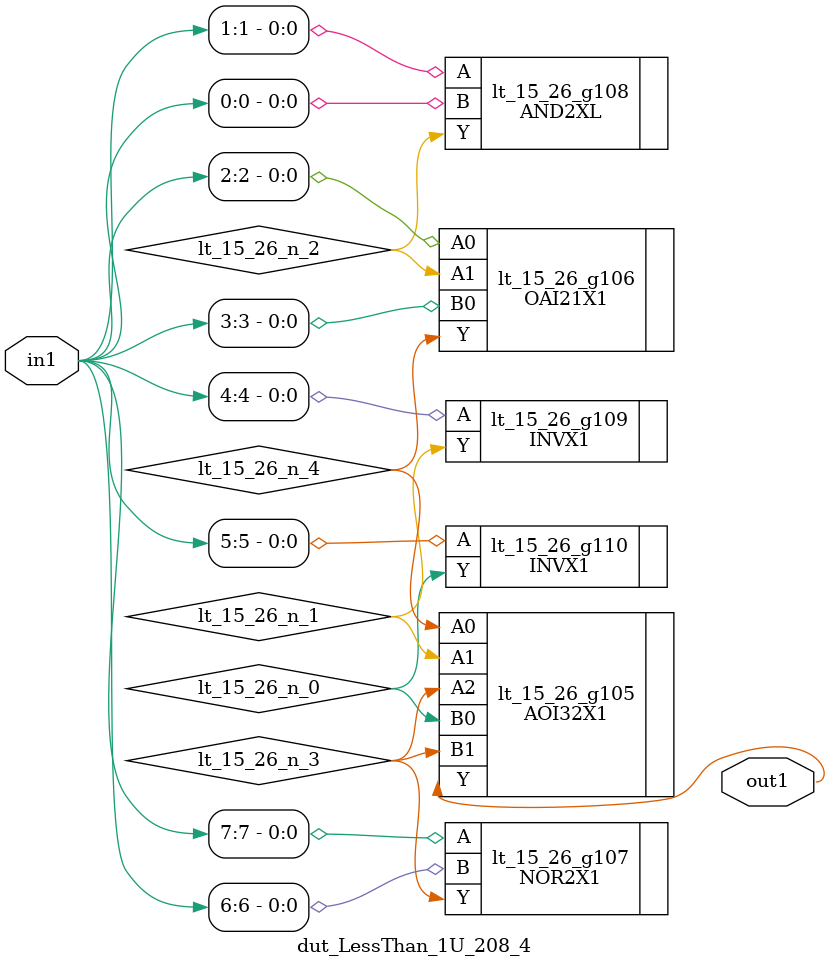
<source format=v>
`timescale 1ps / 1ps


module dut_LessThan_1U_208_4(in1, out1);
  input [7:0] in1;
  output out1;
  wire [7:0] in1;
  wire out1;
  wire lt_15_26_n_0, lt_15_26_n_1, lt_15_26_n_2, lt_15_26_n_3,
       lt_15_26_n_4;
  AOI32X1 lt_15_26_g105(.A0 (lt_15_26_n_4), .A1 (lt_15_26_n_1), .A2
       (lt_15_26_n_3), .B0 (lt_15_26_n_0), .B1 (lt_15_26_n_3), .Y
       (out1));
  OAI21X1 lt_15_26_g106(.A0 (in1[2]), .A1 (lt_15_26_n_2), .B0 (in1[3]),
       .Y (lt_15_26_n_4));
  NOR2X1 lt_15_26_g107(.A (in1[7]), .B (in1[6]), .Y (lt_15_26_n_3));
  AND2XL lt_15_26_g108(.A (in1[1]), .B (in1[0]), .Y (lt_15_26_n_2));
  INVX1 lt_15_26_g109(.A (in1[4]), .Y (lt_15_26_n_1));
  INVX1 lt_15_26_g110(.A (in1[5]), .Y (lt_15_26_n_0));
endmodule



</source>
